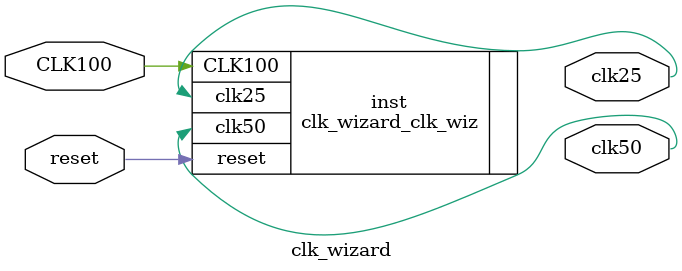
<source format=v>


`timescale 1ps/1ps

(* CORE_GENERATION_INFO = "clk_wizard,clk_wiz_v6_0_6_0_0,{component_name=clk_wizard,use_phase_alignment=true,use_min_o_jitter=false,use_max_i_jitter=false,use_dyn_phase_shift=false,use_inclk_switchover=false,use_dyn_reconfig=false,enable_axi=0,feedback_source=FDBK_AUTO,PRIMITIVE=MMCM,num_out_clk=2,clkin1_period=10.000,clkin2_period=10.000,use_power_down=false,use_reset=true,use_locked=false,use_inclk_stopped=false,feedback_type=SINGLE,CLOCK_MGR_TYPE=NA,manual_override=false}" *)

module clk_wizard 
 (
  // Clock out ports
  output        clk50,
  output        clk25,
  // Status and control signals
  input         reset,
 // Clock in ports
  input         CLK100
 );

  clk_wizard_clk_wiz inst
  (
  // Clock out ports  
  .clk50(clk50),
  .clk25(clk25),
  // Status and control signals               
  .reset(reset), 
 // Clock in ports
  .CLK100(CLK100)
  );

endmodule

</source>
